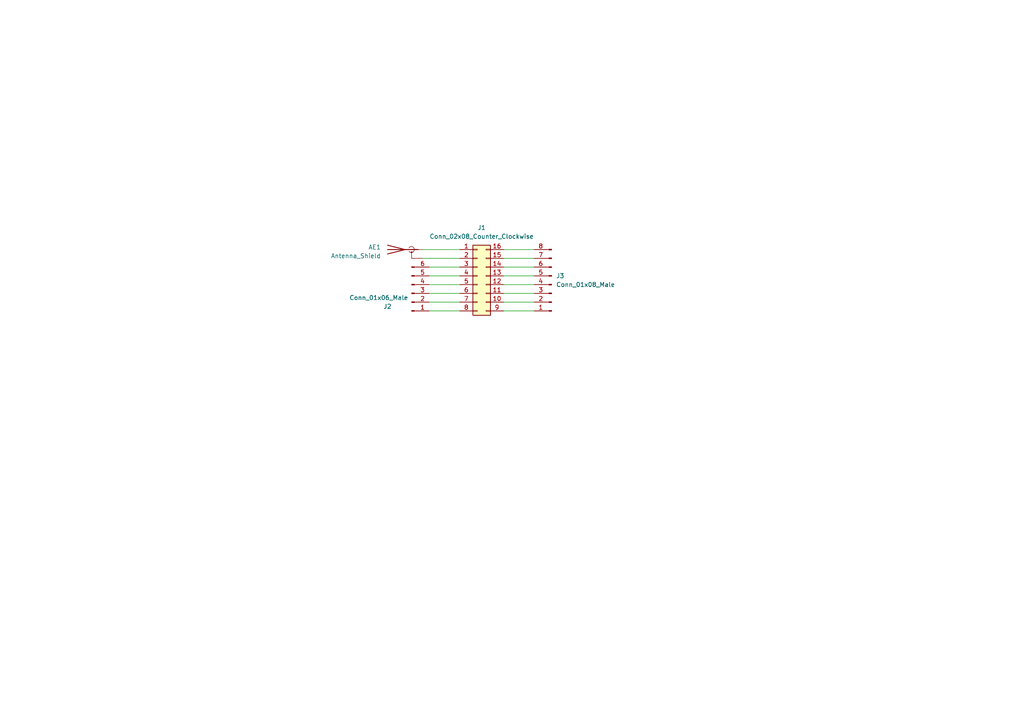
<source format=kicad_sch>
(kicad_sch (version 20211123) (generator eeschema)
  (paper "A4")
  (lib_symbols
    (symbol "Connector:Conn_01x06_Male" (pin_names (offset 1.016) hide)
      (property "Reference" "J" (at 0 7.62 0))
      (property "Value" "Conn_01x06_Male" (at 0 -10.16 0))
      (symbol "Conn_01x06_Male_1_1"
        (polyline (pts (xy 1.27 -7.62) (xy 0.8636 -7.62)) (stroke (width 0.1524)))
        (polyline (pts (xy 1.27 -5.08) (xy 0.8636 -5.08)) (stroke (width 0.1524)))
        (polyline (pts (xy 1.27 -2.54) (xy 0.8636 -2.54)) (stroke (width 0.1524)))
        (polyline (pts (xy 1.27 0) (xy 0.8636 0)) (stroke (width 0.1524)))
        (polyline (pts (xy 1.27 2.54) (xy 0.8636 2.54)) (stroke (width 0.1524)))
        (polyline (pts (xy 1.27 5.08) (xy 0.8636 5.08)) (stroke (width 0.1524)))
        (rectangle (start 0.8636 -7.493) (end 0 -7.747) (stroke (width 0.1524)) (fill (type outline)))
        (rectangle (start 0.8636 -4.953) (end 0 -5.207) (stroke (width 0.1524)) (fill (type outline)))
        (rectangle (start 0.8636 -2.413) (end 0 -2.667) (stroke (width 0.1524)) (fill (type outline)))
        (rectangle (start 0.8636 0.127) (end 0 -0.127) (stroke (width 0.1524)) (fill (type outline)))
        (rectangle (start 0.8636 2.667) (end 0 2.413) (stroke (width 0.1524)) (fill (type outline)))
        (rectangle (start 0.8636 5.207) (end 0 4.953) (stroke (width 0.1524)) (fill (type outline)))
        (pin passive line (at 5.08 5.08 180) (length 3.81) (name "Pin_1") (number "1"))
        (pin passive line (at 5.08 2.54 180) (length 3.81) (name "Pin_2") (number "2"))
        (pin passive line (at 5.08 0 180) (length 3.81) (name "Pin_3") (number "3"))
        (pin passive line (at 5.08 -2.54 180) (length 3.81) (name "Pin_4") (number "4"))
        (pin passive line (at 5.08 -5.08 180) (length 3.81) (name "Pin_5") (number "5"))
        (pin passive line (at 5.08 -7.62 180) (length 3.81) (name "Pin_6") (number "6"))
      )
    )
    (symbol "Connector:Conn_01x08_Male" (pin_names (offset 1.016) hide)
      (property "Reference" "J" (at 0 10.16 0))
      (property "Value" "Conn_01x08_Male" (at 0 -12.7 0))
      (symbol "Conn_01x08_Male_1_1"
        (polyline (pts (xy 1.27 -10.16) (xy 0.8636 -10.16)) (stroke (width 0.1524)))
        (polyline (pts (xy 1.27 -7.62) (xy 0.8636 -7.62)) (stroke (width 0.1524)))
        (polyline (pts (xy 1.27 -5.08) (xy 0.8636 -5.08)) (stroke (width 0.1524)))
        (polyline (pts (xy 1.27 -2.54) (xy 0.8636 -2.54)) (stroke (width 0.1524)))
        (polyline (pts (xy 1.27 0) (xy 0.8636 0)) (stroke (width 0.1524)))
        (polyline (pts (xy 1.27 2.54) (xy 0.8636 2.54)) (stroke (width 0.1524)))
        (polyline (pts (xy 1.27 5.08) (xy 0.8636 5.08)) (stroke (width 0.1524)))
        (polyline (pts (xy 1.27 7.62) (xy 0.8636 7.62)) (stroke (width 0.1524)))
        (rectangle (start 0.8636 -10.033) (end 0 -10.287) (stroke (width 0.1524)) (fill (type outline)))
        (rectangle (start 0.8636 -7.493) (end 0 -7.747) (stroke (width 0.1524)) (fill (type outline)))
        (rectangle (start 0.8636 -4.953) (end 0 -5.207) (stroke (width 0.1524)) (fill (type outline)))
        (rectangle (start 0.8636 -2.413) (end 0 -2.667) (stroke (width 0.1524)) (fill (type outline)))
        (rectangle (start 0.8636 0.127) (end 0 -0.127) (stroke (width 0.1524)) (fill (type outline)))
        (rectangle (start 0.8636 2.667) (end 0 2.413) (stroke (width 0.1524)) (fill (type outline)))
        (rectangle (start 0.8636 5.207) (end 0 4.953) (stroke (width 0.1524)) (fill (type outline)))
        (rectangle (start 0.8636 7.747) (end 0 7.493) (stroke (width 0.1524)) (fill (type outline)))
        (pin passive line (at 5.08 7.62 180) (length 3.81) (name "Pin_1") (number "1"))
        (pin passive line (at 5.08 5.08 180) (length 3.81) (name "Pin_2") (number "2"))
        (pin passive line (at 5.08 2.54 180) (length 3.81) (name "Pin_3") (number "3"))
        (pin passive line (at 5.08 0 180) (length 3.81) (name "Pin_4") (number "4"))
        (pin passive line (at 5.08 -2.54 180) (length 3.81) (name "Pin_5") (number "5"))
        (pin passive line (at 5.08 -5.08 180) (length 3.81) (name "Pin_6") (number "6"))
        (pin passive line (at 5.08 -7.62 180) (length 3.81) (name "Pin_7") (number "7"))
        (pin passive line (at 5.08 -10.16 180) (length 3.81) (name "Pin_8") (number "8"))
      )
    )
    (symbol "Connector_Generic:Conn_02x08_Counter_Clockwise" (pin_names (offset 1.016) hide)
      (property "Reference" "J" (at 1.27 10.16 0))
      (property "Value" "Conn_02x08_Counter_Clockwise" (at 1.27 -12.7 0))
      (symbol "Conn_02x08_Counter_Clockwise_1_1"
        (rectangle (start -1.27 -10.033) (end 0 -10.287) (stroke (width 0.1524)))
        (rectangle (start -1.27 -7.493) (end 0 -7.747) (stroke (width 0.1524)))
        (rectangle (start -1.27 -4.953) (end 0 -5.207) (stroke (width 0.1524)))
        (rectangle (start -1.27 -2.413) (end 0 -2.667) (stroke (width 0.1524)))
        (rectangle (start -1.27 0.127) (end 0 -0.127) (stroke (width 0.1524)))
        (rectangle (start -1.27 2.667) (end 0 2.413) (stroke (width 0.1524)))
        (rectangle (start -1.27 5.207) (end 0 4.953) (stroke (width 0.1524)))
        (rectangle (start -1.27 7.747) (end 0 7.493) (stroke (width 0.1524)))
        (rectangle (start -1.27 8.89) (end 3.81 -11.43) (stroke (width 0.254)) (fill (type background)))
        (rectangle (start 3.81 -10.033) (end 2.54 -10.287) (stroke (width 0.1524)))
        (rectangle (start 3.81 -7.493) (end 2.54 -7.747) (stroke (width 0.1524)))
        (rectangle (start 3.81 -4.953) (end 2.54 -5.207) (stroke (width 0.1524)))
        (rectangle (start 3.81 -2.413) (end 2.54 -2.667) (stroke (width 0.1524)))
        (rectangle (start 3.81 0.127) (end 2.54 -0.127) (stroke (width 0.1524)))
        (rectangle (start 3.81 2.667) (end 2.54 2.413) (stroke (width 0.1524)))
        (rectangle (start 3.81 5.207) (end 2.54 4.953) (stroke (width 0.1524)))
        (rectangle (start 3.81 7.747) (end 2.54 7.493) (stroke (width 0.1524)))
        (pin passive line (at -5.08 7.62 0) (length 3.81) (name "Pin_1") (number "1"))
        (pin passive line (at 7.62 -7.62 180) (length 3.81) (name "Pin_10") (number "10"))
        (pin passive line (at 7.62 -5.08 180) (length 3.81) (name "Pin_11") (number "11"))
        (pin passive line (at 7.62 -2.54 180) (length 3.81) (name "Pin_12") (number "12"))
        (pin passive line (at 7.62 0 180) (length 3.81) (name "Pin_13") (number "13"))
        (pin passive line (at 7.62 2.54 180) (length 3.81) (name "Pin_14") (number "14"))
        (pin passive line (at 7.62 5.08 180) (length 3.81) (name "Pin_15") (number "15"))
        (pin passive line (at 7.62 7.62 180) (length 3.81) (name "Pin_16") (number "16"))
        (pin passive line (at -5.08 5.08 0) (length 3.81) (name "Pin_2") (number "2"))
        (pin passive line (at -5.08 2.54 0) (length 3.81) (name "Pin_3") (number "3"))
        (pin passive line (at -5.08 0 0) (length 3.81) (name "Pin_4") (number "4"))
        (pin passive line (at -5.08 -2.54 0) (length 3.81) (name "Pin_5") (number "5"))
        (pin passive line (at -5.08 -5.08 0) (length 3.81) (name "Pin_6") (number "6"))
        (pin passive line (at -5.08 -7.62 0) (length 3.81) (name "Pin_7") (number "7"))
        (pin passive line (at -5.08 -10.16 0) (length 3.81) (name "Pin_8") (number "8"))
        (pin passive line (at 7.62 -10.16 180) (length 3.81) (name "Pin_9") (number "9"))
      )
    )
    (symbol "Device:Antenna_Shield" (pin_numbers hide) (pin_names (offset 1.016) hide)
      (property "Reference" "AE" (at -1.905 4.445 0))
      (property "Value" "Antenna_Shield" (at -1.905 2.54 0))
      (symbol "Antenna_Shield_0_1"
        (arc (start -0.508 -1.143) (mid -0.8429 -2.1194) (end 0 -2.667))
        (arc (start 0 -2.667) (mid 0.7989 -2.1052) (end 0.508 -1.143))
        (polyline (pts (xy 0 -2.54) (xy 0 0)))
        (polyline (pts (xy 0 5.08) (xy 0 -3.81)) (stroke (width 0.254)))
        (polyline (pts (xy 0.762 -1.905) (xy 2.54 -1.905)))
        (polyline (pts (xy 2.54 -2.54) (xy 2.54 -1.905)))
        (polyline (pts (xy 1.27 5.08) (xy 0 0) (xy -1.27 5.08)) (stroke (width 0.254)))
        (circle (center 0.762 -1.905) (radius 0.1778) (fill (type outline)))
      )
      (symbol "Antenna_Shield_1_1"
        (pin input line (at 0 -5.08 90) (length 2.54) (name "A") (number "1"))
        (pin input line (at 2.54 -5.08 90) (length 2.54) (name "Shield") (number "2"))
      )
    )
  )
  (wire (pts (xy 122.555 72.39) (xy 133.35 72.39)))
  (wire (pts (xy 124.46 77.47) (xy 133.35 77.47)))
  (wire (pts (xy 124.46 87.63) (xy 133.35 87.63)))
  (wire (pts (xy 124.46 82.55) (xy 133.35 82.55)))
  (wire (pts (xy 146.05 82.55) (xy 154.94 82.55)))
  (wire (pts (xy 124.46 90.17) (xy 133.35 90.17)))
  (wire (pts (xy 124.46 80.01) (xy 133.35 80.01)))
  (wire (pts (xy 146.05 85.09) (xy 154.94 85.09)))
  (wire (pts (xy 124.46 85.09) (xy 133.35 85.09)))
  (wire (pts (xy 146.05 87.63) (xy 154.94 87.63)))
  (wire (pts (xy 122.555 74.93) (xy 133.35 74.93)))
  (wire (pts (xy 146.05 74.93) (xy 154.94 74.93)))
  (wire (pts (xy 146.05 80.01) (xy 154.94 80.01)))
  (wire (pts (xy 146.05 72.39) (xy 154.94 72.39)))
  (wire (pts (xy 146.05 90.17) (xy 154.94 90.17)))
  (wire (pts (xy 146.05 77.47) (xy 154.94 77.47)))
  (symbol (lib_id "Device:Antenna_Shield") (at 117.475 72.39 90) (mirror x) (unit 1)
    (property "Reference" "AE1" (at 110.49 71.6914 90) (effects (justify left)))
    (property "Value" "Antenna_Shield" (at 110.49 74.2314 90) (effects (justify left)))
    (property "Footprint" "CanSat:U.FL_Hirose_U.FL-R-SMT-1_Vertical" (effects hide))
  )
  (symbol (lib_id "Connector_Generic:Conn_02x08_Counter_Clockwise") (at 138.43 80.01 0) (unit 1)
    (property "Reference" "J1" (at 139.7 66.04 0))
    (property "Value" "Conn_02x08_Counter_Clockwise" (at 139.7 68.58 0))
    (property "Footprint" "RF_Module:HOPERF_RFM9XW_SMD" (effects hide))
  )
  (symbol (lib_id "Connector:Conn_01x06_Male") (at 119.38 85.09 0) (mirror x) (unit 1)
    (property "Reference" "J2" (at 112.395 88.9 0))
    (property "Value" "Conn_01x06_Male" (at 109.855 86.36 0))
    (property "Footprint" "Connector_PinHeader_2.54mm:PinHeader_1x06_P2.54mm_Vertical" (effects hide))
  )
  (symbol (lib_id "Connector:Conn_01x08_Male") (at 160.02 82.55 180) (unit 1)
    (property "Reference" "J3" (at 161.29 80.0099 0) (effects (justify right)))
    (property "Value" "Conn_01x08_Male" (at 161.29 82.5499 0) (effects (justify right)))
    (property "Footprint" "Connector_PinHeader_2.54mm:PinHeader_1x08_P2.54mm_Vertical" (effects hide))
  )
)
</source>
